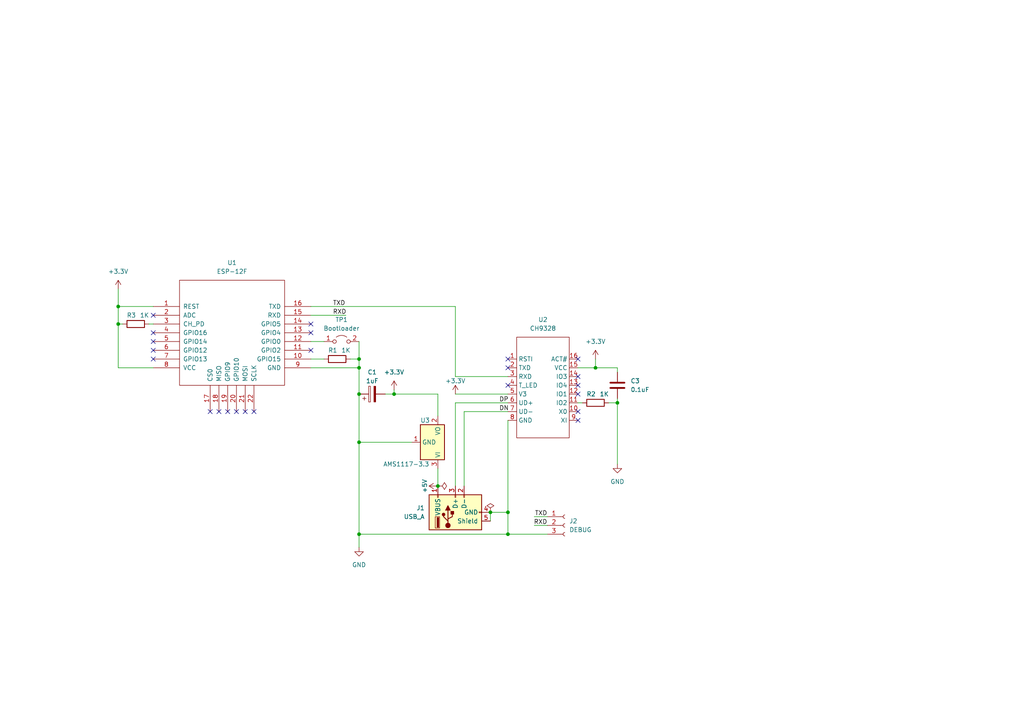
<source format=kicad_sch>
(kicad_sch (version 20230121) (generator eeschema)
  (paper "A4")
  (lib_symbols
    (symbol "Connector:Conn_01x03_Socket" (pin_names (offset 1.016) hide)
      (property "Reference" "J" (at 0 5.08 0))
      (property "Value" "Conn_01x03_Socket" (at 0 -5.08 0))
      (symbol "Conn_01x03_Socket_1_1"
        (arc (start 0 -2.032) (mid -0.5058 -2.54) (end 0 -3.048) (stroke (width 0.1524)))
        (polyline (pts (xy -1.27 -2.54) (xy -0.508 -2.54)) (stroke (width 0.1524)))
        (polyline (pts (xy -1.27 0) (xy -0.508 0)) (stroke (width 0.1524)))
        (polyline (pts (xy -1.27 2.54) (xy -0.508 2.54)) (stroke (width 0.1524)))
        (arc (start 0 0.508) (mid -0.5058 0) (end 0 -0.508) (stroke (width 0.1524)))
        (arc (start 0 3.048) (mid -0.5058 2.54) (end 0 2.032) (stroke (width 0.1524)))
        (pin passive line (at -5.08 2.54 0) (length 3.81) (name "Pin_1") (number "1"))
        (pin passive line (at -5.08 0 0) (length 3.81) (name "Pin_2") (number "2"))
        (pin passive line (at -5.08 -2.54 0) (length 3.81) (name "Pin_3") (number "3"))
      )
    )
    (symbol "Connector:USB_A" (pin_names (offset 1.016))
      (property "Reference" "J" (at -5.08 11.43 0))
      (property "Value" "USB_A" (at -5.08 8.89 0))
      (symbol "USB_A_0_1"
        (rectangle (start -5.08 -7.62) (end 5.08 7.62) (stroke (width 0.254)) (fill (type background)))
        (circle (center -3.81 2.159) (radius 0.635) (stroke (width 0.254)) (fill (type outline)))
        (rectangle (start -1.524 4.826) (end -4.318 5.334) (fill (type outline)))
        (rectangle (start -1.27 4.572) (end -4.572 5.842))
        (circle (center -0.635 3.429) (radius 0.381) (stroke (width 0.254)) (fill (type outline)))
        (rectangle (start -0.127 -7.62) (end 0.127 -6.858))
        (polyline (pts (xy -3.175 2.159) (xy -2.54 2.159) (xy -1.27 3.429) (xy -0.635 3.429)) (stroke (width 0.254)))
        (polyline (pts (xy -2.54 2.159) (xy -1.905 2.159) (xy -1.27 0.889) (xy 0 0.889)) (stroke (width 0.254)))
        (polyline (pts (xy 0.635 2.794) (xy 0.635 1.524) (xy 1.905 2.159) (xy 0.635 2.794)) (stroke (width 0.254)) (fill (type outline)))
        (rectangle (start 0.254 1.27) (end -0.508 0.508) (stroke (width 0.254)) (fill (type outline)))
        (rectangle (start 5.08 -2.667) (end 4.318 -2.413))
        (rectangle (start 5.08 -0.127) (end 4.318 0.127))
        (rectangle (start 5.08 4.953) (end 4.318 5.207))
      )
      (symbol "USB_A_1_1"
        (polyline (pts (xy -1.905 2.159) (xy 0.635 2.159)) (stroke (width 0.254)))
        (pin power_in line (at 7.62 5.08 180) (length 2.54) (name "VBUS") (number "1"))
        (pin bidirectional line (at 7.62 -2.54 180) (length 2.54) (name "D-") (number "2"))
        (pin bidirectional line (at 7.62 0 180) (length 2.54) (name "D+") (number "3"))
        (pin power_in line (at 0 -10.16 90) (length 2.54) (name "GND") (number "4"))
        (pin passive line (at -2.54 -10.16 90) (length 2.54) (name "Shield") (number "5"))
      )
    )
    (symbol "Device:C" (pin_numbers hide) (pin_names (offset 0.254))
      (property "Reference" "C" (at 0.635 2.54 0))
      (property "Value" "C" (at 0.635 -2.54 0))
      (symbol "C_0_1"
        (polyline (pts (xy -2.032 -0.762) (xy 2.032 -0.762)) (stroke (width 0.508)))
        (polyline (pts (xy -2.032 0.762) (xy 2.032 0.762)) (stroke (width 0.508)))
      )
      (symbol "C_1_1"
        (pin passive line (at 0 3.81 270) (length 2.794) (name "~") (number "1"))
        (pin passive line (at 0 -3.81 90) (length 2.794) (name "~") (number "2"))
      )
    )
    (symbol "Device:C_Polarized" (pin_numbers hide) (pin_names (offset 0.254))
      (property "Reference" "C" (at 0.635 2.54 0))
      (property "Value" "C_Polarized" (at 0.635 -2.54 0))
      (symbol "C_Polarized_0_1"
        (rectangle (start -2.286 0.508) (end 2.286 1.016))
        (polyline (pts (xy -1.778 2.286) (xy -0.762 2.286)))
        (polyline (pts (xy -1.27 2.794) (xy -1.27 1.778)))
        (rectangle (start 2.286 -0.508) (end -2.286 -1.016) (fill (type outline)))
      )
      (symbol "C_Polarized_1_1"
        (pin passive line (at 0 3.81 270) (length 2.794) (name "~") (number "1"))
        (pin passive line (at 0 -3.81 90) (length 2.794) (name "~") (number "2"))
      )
    )
    (symbol "Device:R" (pin_numbers hide) (pin_names (offset 0))
      (property "Reference" "R" (at 2.032 0 90))
      (property "Value" "R" (at 0 0 90))
      (symbol "R_0_1"
        (rectangle (start -1.016 -2.54) (end 1.016 2.54) (stroke (width 0.254)))
      )
      (symbol "R_1_1"
        (pin passive line (at 0 3.81 270) (length 1.27) (name "~") (number "1"))
        (pin passive line (at 0 -3.81 90) (length 1.27) (name "~") (number "2"))
      )
    )
    (symbol "ESP8266:ESP-12F" (pin_names (offset 1.016))
      (property "Reference" "U" (at 0 -2.54 0))
      (property "Value" "ESP-12F" (at 0 2.54 0))
      (symbol "ESP-12F_1_0"
        (rectangle (start -15.24 -15.24) (end 15.24 15.24))
      )
      (symbol "ESP-12F_1_1"
        (pin input line (at -22.86 7.62 0) (length 7.62) (name "REST") (number "1"))
        (pin bidirectional line (at 22.86 -7.62 180) (length 7.62) (name "GPIO15") (number "10"))
        (pin bidirectional line (at 22.86 -5.08 180) (length 7.62) (name "GPIO2") (number "11"))
        (pin bidirectional line (at 22.86 -2.54 180) (length 7.62) (name "GPIO0") (number "12"))
        (pin bidirectional line (at 22.86 0 180) (length 7.62) (name "GPIO4") (number "13"))
        (pin bidirectional line (at 22.86 2.54 180) (length 7.62) (name "GPIO5") (number "14"))
        (pin input line (at 22.86 5.08 180) (length 7.62) (name "RXD") (number "15"))
        (pin output line (at 22.86 7.62 180) (length 7.62) (name "TXD") (number "16"))
        (pin bidirectional line (at -6.35 -22.86 90) (length 7.62) (name "CS0") (number "17"))
        (pin bidirectional line (at -3.81 -22.86 90) (length 7.62) (name "MISO") (number "18"))
        (pin bidirectional line (at -1.27 -22.86 90) (length 7.62) (name "GPIO9") (number "19"))
        (pin passive line (at -22.86 5.08 0) (length 7.62) (name "ADC") (number "2"))
        (pin bidirectional line (at 1.27 -22.86 90) (length 7.62) (name "GPIO10") (number "20"))
        (pin bidirectional line (at 3.81 -22.86 90) (length 7.62) (name "MOSI") (number "21"))
        (pin bidirectional line (at 6.35 -22.86 90) (length 7.62) (name "SCLK") (number "22"))
        (pin input line (at -22.86 2.54 0) (length 7.62) (name "CH_PD") (number "3"))
        (pin bidirectional line (at -22.86 0 0) (length 7.62) (name "GPIO16") (number "4"))
        (pin bidirectional line (at -22.86 -2.54 0) (length 7.62) (name "GPIO14") (number "5"))
        (pin bidirectional line (at -22.86 -5.08 0) (length 7.62) (name "GPIO12") (number "6"))
        (pin bidirectional line (at -22.86 -7.62 0) (length 7.62) (name "GPIO13") (number "7"))
        (pin power_in line (at -22.86 -10.16 0) (length 7.62) (name "VCC") (number "8"))
        (pin power_in line (at 22.86 -10.16 180) (length 7.62) (name "GND") (number "9"))
      )
    )
    (symbol "Jumper:Jumper_2_Open" (pin_names (offset 0) hide)
      (property "Reference" "JP" (at 0 2.794 0))
      (property "Value" "Jumper_2_Open" (at 0 -2.286 0))
      (symbol "Jumper_2_Open_0_0"
        (circle (center -2.032 0) (radius 0.508))
        (circle (center 2.032 0) (radius 0.508))
      )
      (symbol "Jumper_2_Open_0_1"
        (arc (start 1.524 1.27) (mid 0 1.778) (end -1.524 1.27))
      )
      (symbol "Jumper_2_Open_1_1"
        (pin passive line (at -5.08 0 0) (length 2.54) (name "A") (number "1"))
        (pin passive line (at 5.08 0 180) (length 2.54) (name "B") (number "2"))
      )
    )
    (symbol "Regulator_Linear:AMS1117-3.3"
      (property "Reference" "U" (at -3.81 3.175 0))
      (property "Value" "AMS1117-3.3" (at 0 3.175 0))
      (symbol "AMS1117-3.3_0_1"
        (rectangle (start -5.08 -5.08) (end 5.08 1.905) (stroke (width 0.254)) (fill (type background)))
      )
      (symbol "AMS1117-3.3_1_1"
        (pin power_in line (at 0 -7.62 90) (length 2.54) (name "GND") (number "1"))
        (pin power_out line (at 7.62 0 180) (length 2.54) (name "VO") (number "2"))
        (pin power_in line (at -7.62 0 0) (length 2.54) (name "VI") (number "3"))
      )
    )
    (symbol "WCH:CH9328"
      (property "Reference" "U" (at 0 16.51 0))
      (property "Value" "CH9328" (at 0 2.54 0))
      (symbol "CH9328_0_0"
        (pin input line (at -10.16 8.89 0) (length 2.54) (name "RSTI") (number "1"))
        (pin output line (at 10.16 -6.35 180) (length 2.54) (name "X0") (number "10"))
        (pin bidirectional line (at 10.16 -3.81 180) (length 2.54) (name "IO2") (number "11"))
        (pin bidirectional line (at 10.16 -1.27 180) (length 2.54) (name "IO1") (number "12"))
        (pin bidirectional line (at 10.16 1.27 180) (length 2.54) (name "IO4") (number "13"))
        (pin bidirectional line (at 10.16 3.81 180) (length 2.54) (name "IO3") (number "14"))
        (pin power_in line (at 10.16 6.35 180) (length 2.54) (name "VCC") (number "15"))
        (pin output line (at 10.16 8.89 180) (length 2.54) (name "ACT#") (number "16"))
        (pin output line (at -10.16 6.35 0) (length 2.54) (name "TXD") (number "2"))
        (pin input line (at -10.16 3.81 0) (length 2.54) (name "RXD") (number "3"))
        (pin output line (at -10.16 1.27 0) (length 2.54) (name "T_LED") (number "4"))
        (pin power_in line (at -10.16 -1.27 0) (length 2.54) (name "V3") (number "5"))
        (pin bidirectional line (at -10.16 -3.81 0) (length 2.54) (name "UD+") (number "6"))
        (pin bidirectional line (at -10.16 -6.35 0) (length 2.54) (name "UD-") (number "7"))
        (pin power_in line (at -10.16 -8.89 0) (length 2.54) (name "GND") (number "8"))
        (pin input line (at 10.16 -8.89 180) (length 2.54) (name "XI") (number "9"))
      )
      (symbol "CH9328_0_1"
        (rectangle (start -7.62 15.24) (end 7.62 -13.97))
      )
    )
    (symbol "power:+3.3V" (power) (pin_names (offset 0))
      (property "Value" "+3.3V" (at 0 3.556 0))
      (symbol "+3.3V_0_1"
        (polyline (pts (xy -0.762 1.27) (xy 0 2.54)))
        (polyline (pts (xy 0 0) (xy 0 2.54)))
        (polyline (pts (xy 0 2.54) (xy 0.762 1.27)))
      )
      (symbol "+3.3V_1_1"
        (pin power_in line (at 0 0 90) (length 0) hide (name "+3.3V") (number "1"))
      )
    )
    (symbol "power:+5V" (power) (pin_names (offset 0))
      (property "Value" "+5V" (at 0 3.556 0))
      (symbol "+5V_0_1"
        (polyline (pts (xy -0.762 1.27) (xy 0 2.54)))
        (polyline (pts (xy 0 0) (xy 0 2.54)))
        (polyline (pts (xy 0 2.54) (xy 0.762 1.27)))
      )
      (symbol "+5V_1_1"
        (pin power_in line (at 0 0 90) (length 0) hide (name "+5V") (number "1"))
      )
    )
    (symbol "power:GND" (power) (pin_names (offset 0))
      (property "Value" "GND" (at 0 -3.81 0))
      (symbol "GND_0_1"
        (polyline (pts (xy 0 0) (xy 0 -1.27) (xy 1.27 -1.27) (xy 0 -2.54) (xy -1.27 -1.27) (xy 0 -1.27)))
      )
      (symbol "GND_1_1"
        (pin power_in line (at 0 0 270) (length 0) hide (name "GND") (number "1"))
      )
    )
    (symbol "power:PWR_FLAG" (power) (pin_numbers hide) (pin_names (offset 0) hide)
      (property "Value" "PWR_FLAG" (at 0 3.81 0))
      (symbol "PWR_FLAG_0_0"
        (pin power_out line (at 0 0 90) (length 0) (name "pwr") (number "1"))
      )
      (symbol "PWR_FLAG_0_1"
        (polyline (pts (xy 0 0) (xy 0 1.27) (xy -1.016 1.905) (xy 0 2.54) (xy 1.016 1.905) (xy 0 1.27)))
      )
    )
  )
  (junction (at 104.14 114.3))
  (junction (at 172.72 106.68))
  (junction (at 104.14 128.27))
  (junction (at 104.14 106.68))
  (junction (at 34.29 93.98))
  (junction (at 179.07 116.84))
  (junction (at 114.3 114.3))
  (junction (at 127 140.97))
  (junction (at 142.24 148.59))
  (junction (at 104.14 104.14))
  (junction (at 147.32 154.94))
  (junction (at 34.29 88.9))
  (junction (at 104.14 154.94))
  (junction (at 147.32 148.59))
  (no_connect (at 167.64 109.22))
  (no_connect (at 60.96 119.38))
  (no_connect (at 66.04 119.38))
  (no_connect (at 44.45 104.14))
  (no_connect (at 44.45 101.6))
  (no_connect (at 90.17 96.52))
  (no_connect (at 90.17 93.98))
  (no_connect (at 44.45 99.06))
  (no_connect (at 167.64 121.92))
  (no_connect (at 167.64 104.14))
  (no_connect (at 68.58 119.38))
  (no_connect (at 90.17 101.6))
  (no_connect (at 44.45 96.52))
  (no_connect (at 63.5 119.38))
  (no_connect (at 44.45 91.44))
  (no_connect (at 167.64 111.76))
  (no_connect (at 167.64 119.38))
  (no_connect (at 147.32 111.76))
  (no_connect (at 147.32 106.68))
  (no_connect (at 73.66 119.38))
  (no_connect (at 71.12 119.38))
  (no_connect (at 147.32 104.14))
  (no_connect (at 167.64 114.3))
  (wire (pts (xy 132.08 88.9) (xy 132.08 109.22)))
  (wire (pts (xy 43.18 93.98) (xy 44.45 93.98)))
  (wire (pts (xy 34.29 83.82) (xy 34.29 88.9)))
  (wire (pts (xy 147.32 154.94) (xy 147.32 148.59)))
  (wire (pts (xy 172.72 104.14) (xy 172.72 106.68)))
  (wire (pts (xy 111.76 114.3) (xy 114.3 114.3)))
  (wire (pts (xy 132.08 116.84) (xy 147.32 116.84)))
  (wire (pts (xy 127 114.3) (xy 127 120.65)))
  (wire (pts (xy 104.14 114.3) (xy 104.14 128.27)))
  (wire (pts (xy 168.91 116.84) (xy 167.64 116.84)))
  (wire (pts (xy 34.29 88.9) (xy 44.45 88.9)))
  (wire (pts (xy 127 114.3) (xy 114.3 114.3)))
  (wire (pts (xy 132.08 88.9) (xy 90.17 88.9)))
  (wire (pts (xy 104.14 128.27) (xy 104.14 154.94)))
  (wire (pts (xy 147.32 154.94) (xy 158.75 154.94)))
  (wire (pts (xy 134.62 119.38) (xy 147.32 119.38)))
  (wire (pts (xy 90.17 99.06) (xy 93.98 99.06)))
  (wire (pts (xy 104.14 154.94) (xy 147.32 154.94)))
  (wire (pts (xy 154.94 152.4) (xy 158.75 152.4)))
  (wire (pts (xy 142.24 148.59) (xy 147.32 148.59)))
  (wire (pts (xy 179.07 115.57) (xy 179.07 116.84)))
  (wire (pts (xy 34.29 106.68) (xy 44.45 106.68)))
  (wire (pts (xy 176.53 116.84) (xy 179.07 116.84)))
  (wire (pts (xy 104.14 104.14) (xy 104.14 106.68)))
  (wire (pts (xy 104.14 128.27) (xy 119.38 128.27)))
  (wire (pts (xy 154.94 149.86) (xy 158.75 149.86)))
  (wire (pts (xy 34.29 93.98) (xy 35.56 93.98)))
  (wire (pts (xy 142.24 148.59) (xy 142.24 151.13)))
  (wire (pts (xy 167.64 106.68) (xy 172.72 106.68)))
  (wire (pts (xy 104.14 158.75) (xy 104.14 154.94)))
  (wire (pts (xy 179.07 116.84) (xy 179.07 134.62)))
  (wire (pts (xy 34.29 88.9) (xy 34.29 93.98)))
  (wire (pts (xy 101.6 104.14) (xy 104.14 104.14)))
  (wire (pts (xy 90.17 91.44) (xy 100.33 91.44)))
  (wire (pts (xy 104.14 106.68) (xy 104.14 114.3)))
  (wire (pts (xy 132.08 109.22) (xy 147.32 109.22)))
  (wire (pts (xy 93.98 104.14) (xy 90.17 104.14)))
  (wire (pts (xy 90.17 106.68) (xy 104.14 106.68)))
  (wire (pts (xy 104.14 99.06) (xy 104.14 104.14)))
  (wire (pts (xy 132.08 114.3) (xy 147.32 114.3)))
  (wire (pts (xy 179.07 107.95) (xy 179.07 106.68)))
  (wire (pts (xy 132.08 116.84) (xy 132.08 140.97)))
  (wire (pts (xy 179.07 106.68) (xy 172.72 106.68)))
  (wire (pts (xy 34.29 93.98) (xy 34.29 106.68)))
  (wire (pts (xy 127 135.89) (xy 127 140.97)))
  (wire (pts (xy 147.32 121.92) (xy 147.32 148.59)))
  (wire (pts (xy 114.3 113.03) (xy 114.3 114.3)))
  (wire (pts (xy 134.62 119.38) (xy 134.62 140.97)))
  (label "TXD" (at 158.75 149.86 180))
  (label "DP" (at 144.78 116.84 0))
  (label "DN" (at 144.78 119.38 0))
  (label "TXD" (at 96.52 88.9 0))
  (label "RXD" (at 96.52 91.44 0))
  (label "RXD" (at 158.75 152.4 180))
  (symbol (lib_id "Regulator_Linear:AMS1117-3.3") (at 127 128.27 270) (mirror x) (unit 1)
    (property "Reference" "U3" (at 121.92 121.92 90) (effects (justify left)))
    (property "Value" "AMS1117-3.3" (at 111.125 134.62 90) (effects (justify left)))
    (property "Footprint" "Package_TO_SOT_SMD:SOT-223-3_TabPin2" (effects hide))
    (property "Datasheet" "http://www.advanced-monolithic.com/pdf/ds1117.pdf" (effects hide))
    (property "Buy Link" "https://item.taobao.com/item.htm?id=522579028878" (effects hide))
  )
  (symbol (lib_id "Device:R") (at 172.72 116.84 90) (unit 1)
    (property "Reference" "R2" (at 171.45 114.3 90))
    (property "Value" "1K" (at 175.26 114.3 90))
    (property "Footprint" "Resistor_SMD:R_0603_1608Metric_Pad0.98x0.95mm_HandSolder" (effects hide))
  )
  (symbol (lib_id "power:GND") (at 179.07 134.62 0) (unit 1)
    (property "Reference" "#PWR04" (effects hide))
    (property "Value" "GND" (at 179.07 139.7 0))
  )
  (symbol (lib_id "power:PWR_FLAG") (at 142.24 148.59 0) (unit 1)
    (property "Reference" "#FLG01" (effects hide))
    (property "Value" "PWR_FLAG" (effects hide))
  )
  (symbol (lib_id "Connector:USB_A") (at 132.08 148.59 90) (unit 1)
    (property "Reference" "J1" (at 123.19 147.32 90) (effects (justify left)))
    (property "Value" "USB_A" (at 123.19 149.86 90) (effects (justify left)))
    (property "Footprint" "USB:USB-A_Plug_AM_90_THT" (effects hide))
    (property "Datasheet" " ~" (effects hide))
  )
  (symbol (lib_id "Connector:Conn_01x03_Socket") (at 163.83 152.4 0) (unit 1)
    (property "Reference" "J2" (at 165.1 151.13 0) (effects (justify left)))
    (property "Value" "DEBUG" (at 165.1 153.67 0) (effects (justify left)))
    (property "Footprint" "Connector_PinHeader_2.54mm:PinHeader_1x03_P2.54mm_Vertical" (effects hide))
  )
  (symbol (lib_id "power:+5V") (at 127 140.97 90) (unit 1)
    (property "Reference" "#PWR02" (effects hide))
    (property "Value" "+5V" (at 123.19 140.97 0))
  )
  (symbol (lib_id "Device:C") (at 179.07 111.76 0) (unit 1)
    (property "Reference" "C3" (at 182.88 110.49 0) (effects (justify left)))
    (property "Value" "0.1uF" (at 182.88 113.03 0) (effects (justify left)))
    (property "Footprint" "Resistor_SMD:R_0603_1608Metric_Pad0.98x0.95mm_HandSolder" (effects hide))
  )
  (symbol (lib_id "power:+3.3V") (at 34.29 83.82 0) (unit 1)
    (property "Reference" "#PWR06" (effects hide))
    (property "Value" "+3.3V" (at 34.29 78.74 0))
  )
  (symbol (lib_id "ESP8266:ESP-12F") (at 67.31 96.52 0) (unit 1)
    (property "Reference" "U1" (at 67.31 76.2 0))
    (property "Value" "ESP-12F" (at 67.31 78.74 0))
    (property "Footprint" "ESP8266:ESP-12E_SMD" (effects hide))
    (property "Buy Link" "https://item.taobao.com/item.htm?id=603026391738" (effects hide))
  )
  (symbol (lib_id "power:+3.3V") (at 172.72 104.14 0) (unit 1)
    (property "Reference" "#PWR03" (effects hide))
    (property "Value" "+3.3V" (at 172.72 99.06 0))
  )
  (symbol (lib_id "power:+3.3V") (at 132.08 114.3 0) (unit 1)
    (property "Reference" "#PWR08" (effects hide))
    (property "Value" "+3.3V" (at 132.08 110.49 0))
  )
  (symbol (lib_id "Device:R") (at 97.79 104.14 90) (unit 1)
    (property "Reference" "R1" (at 96.52 101.6 90))
    (property "Value" "1K" (at 100.33 101.6 90))
    (property "Footprint" "Resistor_SMD:R_0603_1608Metric_Pad0.98x0.95mm_HandSolder" (effects hide))
  )
  (symbol (lib_id "power:GND") (at 104.14 158.75 0) (unit 1)
    (property "Reference" "#PWR01" (effects hide))
    (property "Value" "GND" (at 104.14 163.83 0))
  )
  (symbol (lib_id "Device:R") (at 39.37 93.98 90) (unit 1)
    (property "Reference" "R3" (at 38.1 91.44 90))
    (property "Value" "1K" (at 41.91 91.44 90))
    (property "Footprint" "Resistor_SMD:R_0603_1608Metric_Pad0.98x0.95mm_HandSolder" (effects hide))
  )
  (symbol (lib_id "power:+3.3V") (at 114.3 113.03 0) (unit 1)
    (property "Reference" "#PWR05" (effects hide))
    (property "Value" "+3.3V" (at 114.3 107.95 0))
  )
  (symbol (lib_id "Jumper:Jumper_2_Open") (at 99.06 99.06 0) (unit 1)
    (property "Reference" "TP1" (at 99.06 92.71 0))
    (property "Value" "Bootloader" (at 99.06 95.25 0))
    (property "Footprint" "Jumper:SolderJumper-2_P1.3mm_Open_TrianglePad1.0x1.5mm" (effects hide))
  )
  (symbol (lib_id "WCH:CH9328") (at 157.48 113.03 0) (unit 1)
    (property "Reference" "U2" (at 157.48 92.71 0))
    (property "Value" "CH9328" (at 157.48 95.25 0))
    (property "Footprint" "Package_SO:SOP-16_3.9x9.9mm_P1.27mm" (effects hide))
    (property "Datasheet" "https://www.wch.cn/downloads/CH9328DS1_PDF.html" (effects hide))
    (property "Buy Link" "https://item.taobao.com/item.htm?id=580459589971" (effects hide))
  )
  (symbol (lib_id "Device:C_Polarized") (at 107.95 114.3 90) (unit 1)
    (property "Reference" "C1" (at 107.95 107.95 90))
    (property "Value" "1uF" (at 107.95 110.49 90))
    (property "Footprint" "Capacitor_Tantalum_SMD:CP_EIA-3216-18_Kemet-A_Pad1.58x1.35mm_HandSolder" (effects hide))
    (property "Buy Link" "https://item.taobao.com/item.htm?&id=615976439762" (effects hide))
  )
  (symbol (lib_id "power:PWR_FLAG") (at 127 140.97 270) (unit 1)
    (property "Reference" "#FLG02" (effects hide))
    (property "Value" "PWR_FLAG" (effects hide))
  )
)
</source>
